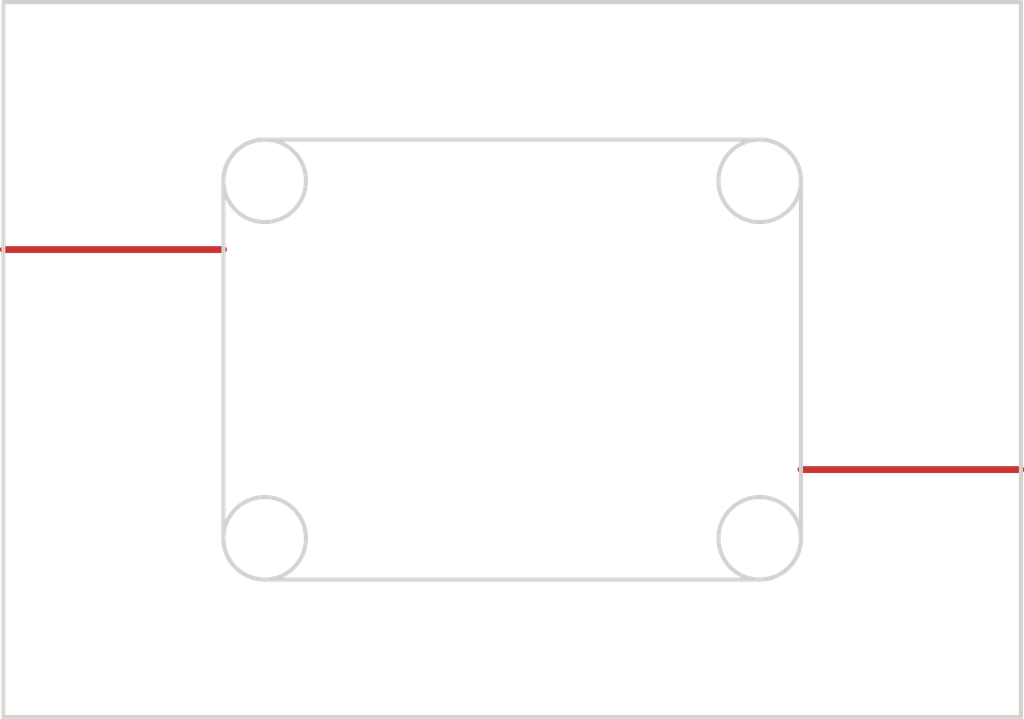
<source format=kicad_pcb>
(kicad_pcb (version 4) (host pcbnew 4.0.7)

  (general
    (links 0)
    (no_connects 0)
    (area 41.924999 44.924999 79.075001 71.075001)
    (thickness 0.8)
    (drawings 20)
    (tracks 2)
    (zones 0)
    (modules 0)
    (nets 1)
  )

  (page A4)
  (layers
    (0 F.Cu signal)
    (31 B.Cu signal)
    (32 B.Adhes user)
    (33 F.Adhes user)
    (34 B.Paste user)
    (35 F.Paste user)
    (36 B.SilkS user)
    (37 F.SilkS user)
    (38 B.Mask user)
    (39 F.Mask user)
    (40 Dwgs.User user)
    (41 Cmts.User user)
    (42 Eco1.User user)
    (43 Eco2.User user)
    (44 Edge.Cuts user)
    (45 Margin user)
    (46 B.CrtYd user)
    (47 F.CrtYd user)
    (48 B.Fab user)
    (49 F.Fab user)
  )

  (setup
    (last_trace_width 0.25)
    (trace_clearance 0.2)
    (zone_clearance 0.508)
    (zone_45_only no)
    (trace_min 0.2)
    (segment_width 0.2)
    (edge_width 0.15)
    (via_size 0.6)
    (via_drill 0.4)
    (via_min_size 0.4)
    (via_min_drill 0.3)
    (uvia_size 0.3)
    (uvia_drill 0.1)
    (uvias_allowed no)
    (uvia_min_size 0.2)
    (uvia_min_drill 0.1)
    (pcb_text_width 0.3)
    (pcb_text_size 1.5 1.5)
    (mod_edge_width 0.15)
    (mod_text_size 1 1)
    (mod_text_width 0.15)
    (pad_size 1.524 1.524)
    (pad_drill 0.762)
    (pad_to_mask_clearance 0.2)
    (aux_axis_origin 0 0)
    (visible_elements FFFFFF7F)
    (pcbplotparams
      (layerselection 0x00030_80000001)
      (usegerberextensions false)
      (excludeedgelayer true)
      (linewidth 0.100000)
      (plotframeref false)
      (viasonmask false)
      (mode 1)
      (useauxorigin false)
      (hpglpennumber 1)
      (hpglpenspeed 20)
      (hpglpendiameter 15)
      (hpglpenoverlay 2)
      (psnegative false)
      (psa4output false)
      (plotreference true)
      (plotvalue true)
      (plotinvisibletext false)
      (padsonsilk false)
      (subtractmaskfromsilk false)
      (outputformat 1)
      (mirror false)
      (drillshape 1)
      (scaleselection 1)
      (outputdirectory ""))
  )

  (net 0 "")

  (net_class Default "This is the default net class."
    (clearance 0.2)
    (trace_width 0.25)
    (via_dia 0.6)
    (via_drill 0.4)
    (uvia_dia 0.3)
    (uvia_drill 0.1)
  )

  (gr_circle (center 69.5 51.5) (end 69.5 50) (layer Edge.Cuts) (width 0.15))
  (gr_circle (center 69.5 64.5) (end 69.5 63) (layer Edge.Cuts) (width 0.15))
  (gr_circle (center 51.5 64.5) (end 50 64.5) (layer Edge.Cuts) (width 0.15))
  (gr_circle (center 51.5 51.5) (end 51.5 50) (layer Edge.Cuts) (width 0.15))
  (gr_line (start 79 45) (end 42 45) (angle 90) (layer Edge.Cuts) (width 0.15))
  (gr_line (start 79 71) (end 79 45) (angle 90) (layer Edge.Cuts) (width 0.15))
  (gr_line (start 42 71) (end 79 71) (angle 90) (layer Edge.Cuts) (width 0.15))
  (gr_line (start 42 45) (end 42 71) (angle 90) (layer Edge.Cuts) (width 0.15))
  (gr_line (start 51.5 50) (end 51.5 48) (angle 90) (layer F.Mask) (width 0.2))
  (gr_line (start 52.5 50) (end 51.5 50) (angle 90) (layer F.Mask) (width 0.2))
  (gr_line (start 52.5 48) (end 52.5 50) (angle 90) (layer F.Mask) (width 0.2))
  (gr_line (start 51.5 48) (end 52.5 48) (angle 90) (layer F.Mask) (width 0.2))
  (gr_line (start 71 51.5) (end 71 64.5) (angle 90) (layer Edge.Cuts) (width 0.15))
  (gr_line (start 51.5 66) (end 69.5 66) (angle 90) (layer Edge.Cuts) (width 0.15))
  (gr_line (start 50 51.5) (end 50 64.5) (angle 90) (layer Edge.Cuts) (width 0.15))
  (gr_line (start 51.5 50) (end 69.5 50) (angle 90) (layer Edge.Cuts) (width 0.15))
  (gr_arc (start 69.5 64.5) (end 71 64.5) (angle 90) (layer Edge.Cuts) (width 0.15))
  (gr_arc (start 51.5 64.5) (end 51.5 66) (angle 90) (layer Edge.Cuts) (width 0.15))
  (gr_arc (start 51.5 51.5) (end 50 51.5) (angle 90) (layer Edge.Cuts) (width 0.15))
  (gr_arc (start 69.5 51.5) (end 69.5 50) (angle 90) (layer Edge.Cuts) (width 0.15))

  (segment (start 42 54) (end 50 54) (width 0.25) (layer F.Cu) (net 0))
  (segment (start 71 62) (end 79 62) (width 0.25) (layer F.Cu) (net 0))

)

</source>
